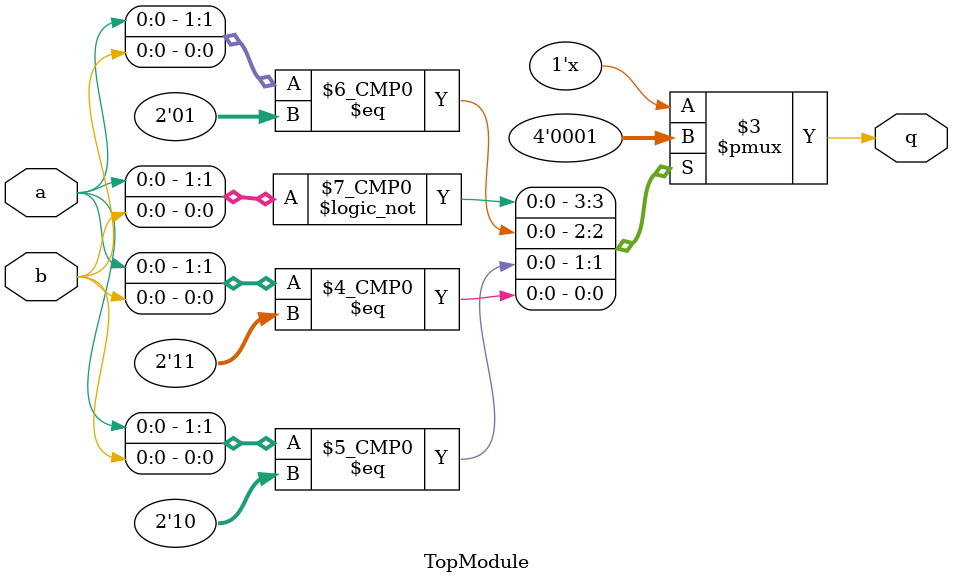
<source format=sv>
module TopModule (
    input logic a,
    input logic b,
    output logic q
);

always @(*) begin
    case ({a, b})
        2'b00: q = 1'b0;
        2'b01: q = 1'b0;
        2'b10: q = 1'b0;
        2'b11: q = 1'b1;
        default: q = 1'b0;
    endcase
end

initial begin
    q = 1'b0;
end

endmodule
</source>
